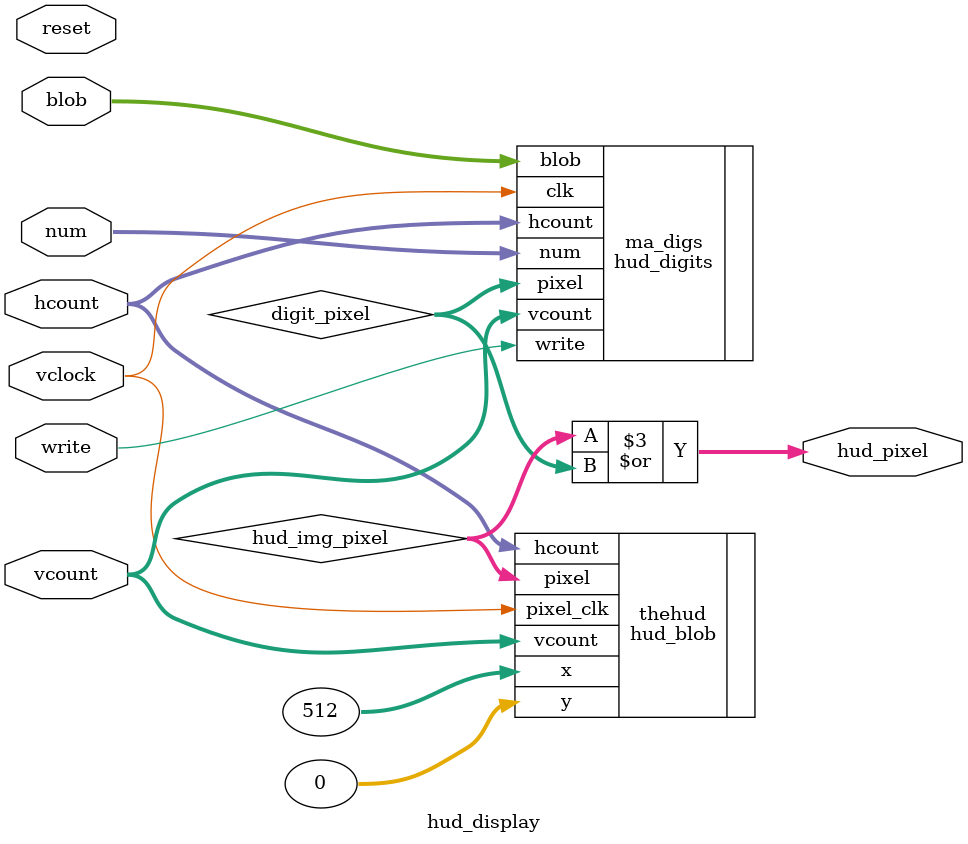
<source format=v>

module hud_display (
   input vclock,	// 65MHz clock
   input reset,		// 1 to initialize module
	input write,
	input [3:0] num,
	input [3:0] blob,
   input [10:0] hcount,	// horizontal index of current pixel (0..1023)
   input [9:0] 	vcount, // vertical index of current pixel (0..767)
   output [23:0] hud_pixel	// pong game's pixel  // r=23:16, g=15:8, b=7:0
   );
	
	wire [23:0] hud_img_pixel;
	
	hud_blob thehud
	(.pixel_clk(vclock),.x(512),.hcount(hcount),.y(0),.vcount(vcount),
	.pixel(hud_img_pixel));
	
	wire [23:0] digit_pixel;

	 hud_digits ma_digs(.clk(vclock),.write(write),.num(num),
		.blob(blob),.hcount(hcount),.vcount(vcount),.pixel(digit_pixel));
	
	assign hud_pixel = hud_img_pixel | digit_pixel;
endmodule

</source>
